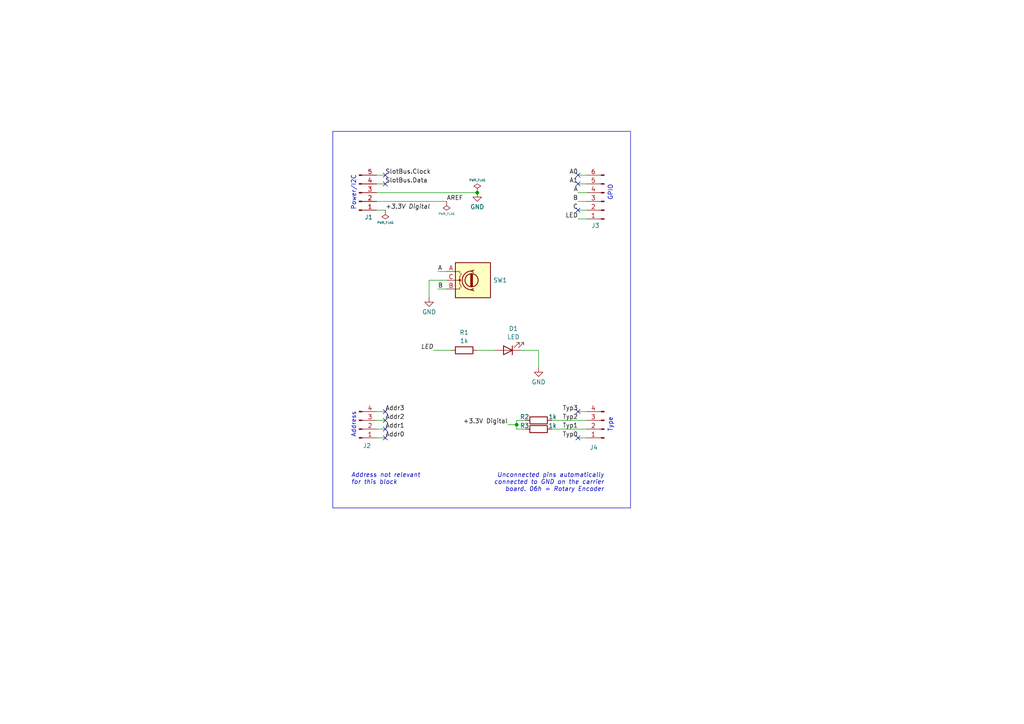
<source format=kicad_sch>
(kicad_sch (version 20250114) (generator "eeschema") (generator_version "9.0")
  (paper "A4")
  (title_block (title "Modular Music Controller / Block / Rotary Encoder") (date "2025-12-01") (rev "1") (company "Dennis Schulmeister-Zimolong"))
  (lib_symbols
    (symbol "Connector:Conn_01x04_Pin" (pin_names (offset 1.016) (hide yes))
      (property "Reference" "J" (at 0 5.08 0))
      (property "Value" "Conn_01x04_Pin" (at 0 -7.62 0))
      (symbol "Conn_01x04_Pin_1_1"
        (rectangle (start 0.8636 2.667) (end 0 2.413) (stroke (width 0.1524)) (fill (type outline)))
        (rectangle (start 0.8636 0.127) (end 0 -0.127) (stroke (width 0.1524)) (fill (type outline)))
        (rectangle (start 0.8636 -2.413) (end 0 -2.667) (stroke (width 0.1524)) (fill (type outline)))
        (rectangle (start 0.8636 -4.953) (end 0 -5.207) (stroke (width 0.1524)) (fill (type outline)))
        (polyline (pts (xy 1.27 2.54) (xy 0.8636 2.54)) (stroke (width 0.1524)))
        (polyline (pts (xy 1.27 0) (xy 0.8636 0)) (stroke (width 0.1524)))
        (polyline (pts (xy 1.27 -2.54) (xy 0.8636 -2.54)) (stroke (width 0.1524)))
        (polyline (pts (xy 1.27 -5.08) (xy 0.8636 -5.08)) (stroke (width 0.1524)))
        (pin passive line (at 5.08 2.54 180) (length 3.81) (name "Pin_1") (number "1"))
        (pin passive line (at 5.08 0 180) (length 3.81) (name "Pin_2") (number "2"))
        (pin passive line (at 5.08 -2.54 180) (length 3.81) (name "Pin_3") (number "3"))
        (pin passive line (at 5.08 -5.08 180) (length 3.81) (name "Pin_4") (number "4"))
      )
    )
    (symbol "Connector:Conn_01x05_Pin" (pin_names (offset 1.016) (hide yes))
      (property "Reference" "J" (at 0 7.62 0))
      (property "Value" "Conn_01x05_Pin" (at 0 -7.62 0))
      (symbol "Conn_01x05_Pin_1_1"
        (rectangle (start 0.8636 5.207) (end 0 4.953) (stroke (width 0.1524)) (fill (type outline)))
        (rectangle (start 0.8636 2.667) (end 0 2.413) (stroke (width 0.1524)) (fill (type outline)))
        (rectangle (start 0.8636 0.127) (end 0 -0.127) (stroke (width 0.1524)) (fill (type outline)))
        (rectangle (start 0.8636 -2.413) (end 0 -2.667) (stroke (width 0.1524)) (fill (type outline)))
        (rectangle (start 0.8636 -4.953) (end 0 -5.207) (stroke (width 0.1524)) (fill (type outline)))
        (polyline (pts (xy 1.27 5.08) (xy 0.8636 5.08)) (stroke (width 0.1524)))
        (polyline (pts (xy 1.27 2.54) (xy 0.8636 2.54)) (stroke (width 0.1524)))
        (polyline (pts (xy 1.27 0) (xy 0.8636 0)) (stroke (width 0.1524)))
        (polyline (pts (xy 1.27 -2.54) (xy 0.8636 -2.54)) (stroke (width 0.1524)))
        (polyline (pts (xy 1.27 -5.08) (xy 0.8636 -5.08)) (stroke (width 0.1524)))
        (pin passive line (at 5.08 5.08 180) (length 3.81) (name "Pin_1") (number "1"))
        (pin passive line (at 5.08 2.54 180) (length 3.81) (name "Pin_2") (number "2"))
        (pin passive line (at 5.08 0 180) (length 3.81) (name "Pin_3") (number "3"))
        (pin passive line (at 5.08 -2.54 180) (length 3.81) (name "Pin_4") (number "4"))
        (pin passive line (at 5.08 -5.08 180) (length 3.81) (name "Pin_5") (number "5"))
      )
    )
    (symbol "Connector:Conn_01x06_Pin" (pin_names (offset 1.016) (hide yes))
      (property "Reference" "J" (at 0 7.62 0))
      (property "Value" "Conn_01x06_Pin" (at 0 -10.16 0))
      (symbol "Conn_01x06_Pin_1_1"
        (rectangle (start 0.8636 5.207) (end 0 4.953) (stroke (width 0.1524)) (fill (type outline)))
        (rectangle (start 0.8636 2.667) (end 0 2.413) (stroke (width 0.1524)) (fill (type outline)))
        (rectangle (start 0.8636 0.127) (end 0 -0.127) (stroke (width 0.1524)) (fill (type outline)))
        (rectangle (start 0.8636 -2.413) (end 0 -2.667) (stroke (width 0.1524)) (fill (type outline)))
        (rectangle (start 0.8636 -4.953) (end 0 -5.207) (stroke (width 0.1524)) (fill (type outline)))
        (rectangle (start 0.8636 -7.493) (end 0 -7.747) (stroke (width 0.1524)) (fill (type outline)))
        (polyline (pts (xy 1.27 5.08) (xy 0.8636 5.08)) (stroke (width 0.1524)))
        (polyline (pts (xy 1.27 2.54) (xy 0.8636 2.54)) (stroke (width 0.1524)))
        (polyline (pts (xy 1.27 0) (xy 0.8636 0)) (stroke (width 0.1524)))
        (polyline (pts (xy 1.27 -2.54) (xy 0.8636 -2.54)) (stroke (width 0.1524)))
        (polyline (pts (xy 1.27 -5.08) (xy 0.8636 -5.08)) (stroke (width 0.1524)))
        (polyline (pts (xy 1.27 -7.62) (xy 0.8636 -7.62)) (stroke (width 0.1524)))
        (pin passive line (at 5.08 5.08 180) (length 3.81) (name "Pin_1") (number "1"))
        (pin passive line (at 5.08 2.54 180) (length 3.81) (name "Pin_2") (number "2"))
        (pin passive line (at 5.08 0 180) (length 3.81) (name "Pin_3") (number "3"))
        (pin passive line (at 5.08 -2.54 180) (length 3.81) (name "Pin_4") (number "4"))
        (pin passive line (at 5.08 -5.08 180) (length 3.81) (name "Pin_5") (number "5"))
        (pin passive line (at 5.08 -7.62 180) (length 3.81) (name "Pin_6") (number "6"))
      )
    )
    (symbol "Device:LED" (pin_numbers (hide yes)) (pin_names (offset 1.016) (hide yes))
      (property "Reference" "D" (at 0 2.54 0))
      (property "Value" "LED" (at 0 -2.54 0))
      (symbol "LED_0_1"
        (polyline (pts (xy -3.048 -0.762) (xy -4.572 -2.286) (xy -3.81 -2.286) (xy -4.572 -2.286) (xy -4.572 -1.524)))
        (polyline (pts (xy -1.778 -0.762) (xy -3.302 -2.286) (xy -2.54 -2.286) (xy -3.302 -2.286) (xy -3.302 -1.524)))
        (polyline (pts (xy -1.27 0) (xy 1.27 0)))
        (polyline (pts (xy -1.27 -1.27) (xy -1.27 1.27)) (stroke (width 0.254)))
        (polyline (pts (xy 1.27 -1.27) (xy 1.27 1.27) (xy -1.27 0) (xy 1.27 -1.27)) (stroke (width 0.254)))
      )
      (symbol "LED_1_1"
        (pin passive line (at -3.81 0 0) (length 2.54) (name "K") (number "1"))
        (pin passive line (at 3.81 0 180) (length 2.54) (name "A") (number "2"))
      )
    )
    (symbol "Device:R" (pin_numbers (hide yes)) (pin_names (offset 0))
      (property "Reference" "R" (at 2.032 0 90))
      (property "Value" "R" (at 0 0 90))
      (symbol "R_0_1"
        (rectangle (start -1.016 -2.54) (end 1.016 2.54) (stroke (width 0.254)))
      )
      (symbol "R_1_1"
        (pin passive line (at 0 3.81 270) (length 1.27) (name "~") (number "1"))
        (pin passive line (at 0 -3.81 90) (length 1.27) (name "~") (number "2"))
      )
    )
    (symbol "Device:RotaryEncoder" (pin_names (offset 0.254) (hide yes))
      (property "Reference" "SW" (at 0 6.604 0))
      (property "Value" "RotaryEncoder" (at 0 -6.604 0))
      (symbol "RotaryEncoder_0_1"
        (rectangle (start -5.08 5.08) (end 5.08 -5.08) (stroke (width 0.254)) (fill (type background)))
        (polyline (pts (xy -5.08 2.54) (xy -3.81 2.54) (xy -3.81 2.032)))
        (polyline (pts (xy -5.08 0) (xy -3.81 0) (xy -3.81 -1.016) (xy -3.302 -2.032)))
        (polyline (pts (xy -5.08 -2.54) (xy -3.81 -2.54) (xy -3.81 -2.032)))
        (polyline (pts (xy -4.318 0) (xy -3.81 0) (xy -3.81 1.016) (xy -3.302 2.032)))
        (circle (center -3.81 0) (radius 0.254) (fill (type outline)))
        (polyline (pts (xy -0.635 -1.778) (xy -0.635 1.778)) (stroke (width 0.254)))
        (circle (center -0.381 0) (radius 1.905) (stroke (width 0.254)))
        (polyline (pts (xy -0.381 -1.778) (xy -0.381 1.778)) (stroke (width 0.254)))
        (arc (start -0.381 -2.794) (mid -3.0988 -0.0635) (end -0.381 2.667) (stroke (width 0.254)))
        (polyline (pts (xy -0.127 1.778) (xy -0.127 -1.778)) (stroke (width 0.254)))
        (polyline (pts (xy 0.254 2.921) (xy -0.508 2.667) (xy 0.127 2.286)) (stroke (width 0.254)))
        (polyline (pts (xy 0.254 -3.048) (xy -0.508 -2.794) (xy 0.127 -2.413)) (stroke (width 0.254)))
      )
      (symbol "RotaryEncoder_1_1"
        (pin passive line (at -7.62 2.54 0) (length 2.54) (name "A") (number "A"))
        (pin passive line (at -7.62 0 0) (length 2.54) (name "C") (number "C"))
        (pin passive line (at -7.62 -2.54 0) (length 2.54) (name "B") (number "B"))
      )
    )
    (symbol "power:GND" (power) (pin_numbers (hide yes)) (pin_names (offset 0) (hide yes))
      (property "Value" "GND" (at 0 -3.81 0))
      (symbol "GND_0_1"
        (polyline (pts (xy 0 0) (xy 0 -1.27) (xy 1.27 -1.27) (xy 0 -2.54) (xy -1.27 -1.27) (xy 0 -1.27)))
      )
      (symbol "GND_1_1"
        (pin power_in line (at 0 0 270) (length 0) (name "~") (number "1"))
      )
    )
    (symbol "power:PWR_FLAG" (power) (pin_numbers (hide yes)) (pin_names (offset 0) (hide yes))
      (property "Value" "PWR_FLAG" (at 0 3.81 0))
      (symbol "PWR_FLAG_0_0"
        (pin power_out line (at 0 0 90) (length 0) (name "~") (number "1"))
      )
      (symbol "PWR_FLAG_0_1"
        (polyline (pts (xy 0 0) (xy 0 1.27) (xy -1.016 1.905) (xy 0 2.54) (xy 1.016 1.905) (xy 0 1.27)))
      )
    )
  )
  (rectangle (start 96.52 38.1) (end 182.88 147.32))
  (text "Unconnected pins automatically\nconnected to GND on the carrier\nboard. 06h = Rotary Encoder" (at 175.26 137.16 0) (effects (font (size 1.27 1.27) (italic yes)) (justify right top)))
  (text "GPIO" (at 177.8 55.88 90) (effects (font (size 1.27 1.27)) (justify bottom)))
  (text "Type" (at 177.8 123.19 90) (effects (font (size 1.27 1.27)) (justify bottom)))
  (text "Address not relevant\nfor this block" (at 101.854 137.16 0) (effects (font (size 1.27 1.27) (italic yes)) (justify left top)))
  (text "Address" (at 101.854 123.19 90) (effects (font (size 1.27 1.27)) (justify top)))
  (text "Power/I2C" (at 101.854 55.88 90) (effects (font (size 1.27 1.27)) (justify top)))
  (junction (at 149.86 123.19))
  (junction (at 138.43 55.88))
  (no_connect (at 167.64 53.34))
  (no_connect (at 111.76 127))
  (no_connect (at 111.76 50.8))
  (no_connect (at 167.64 127))
  (no_connect (at 111.76 124.46))
  (no_connect (at 167.64 50.8))
  (no_connect (at 167.64 60.96))
  (no_connect (at 111.76 53.34))
  (no_connect (at 111.76 119.38))
  (no_connect (at 167.64 119.38))
  (no_connect (at 111.76 121.92))
  (wire (pts (xy 167.64 127) (xy 170.18 127)))
  (wire (pts (xy 111.76 119.38) (xy 109.22 119.38)))
  (wire (pts (xy 109.22 60.96) (xy 111.76 60.96)))
  (wire (pts (xy 111.76 121.92) (xy 109.22 121.92)))
  (wire (pts (xy 167.64 60.96) (xy 170.18 60.96)))
  (wire (pts (xy 127 83.82) (xy 129.54 83.82)))
  (wire (pts (xy 138.43 101.6) (xy 143.51 101.6)))
  (wire (pts (xy 111.76 124.46) (xy 109.22 124.46)))
  (wire (pts (xy 129.54 81.28) (xy 124.46 81.28)))
  (wire (pts (xy 167.64 53.34) (xy 170.18 53.34)))
  (wire (pts (xy 160.02 124.46) (xy 170.18 124.46)))
  (wire (pts (xy 167.64 55.88) (xy 170.18 55.88)))
  (wire (pts (xy 124.46 81.28) (xy 124.46 86.36)))
  (wire (pts (xy 127 78.74) (xy 129.54 78.74)))
  (wire (pts (xy 167.64 58.42) (xy 170.18 58.42)))
  (wire (pts (xy 109.22 55.88) (xy 138.43 55.88)))
  (wire (pts (xy 109.22 50.8) (xy 111.76 50.8)))
  (wire (pts (xy 160.02 121.92) (xy 170.18 121.92)))
  (wire (pts (xy 109.22 58.42) (xy 129.54 58.42)))
  (wire (pts (xy 111.76 127) (xy 109.22 127)))
  (wire (pts (xy 147.32 123.19) (xy 149.86 123.19)))
  (wire (pts (xy 167.64 50.8) (xy 170.18 50.8)))
  (wire (pts (xy 149.86 123.19) (xy 149.86 124.46)))
  (wire (pts (xy 125.73 101.6) (xy 130.81 101.6)))
  (wire (pts (xy 109.22 53.34) (xy 111.76 53.34)))
  (wire (pts (xy 149.86 121.92) (xy 149.86 123.19)))
  (wire (pts (xy 151.13 101.6) (xy 156.21 101.6)))
  (wire (pts (xy 149.86 124.46) (xy 152.4 124.46)))
  (wire (pts (xy 156.21 101.6) (xy 156.21 106.68)))
  (wire (pts (xy 167.64 119.38) (xy 170.18 119.38)))
  (wire (pts (xy 152.4 121.92) (xy 149.86 121.92)))
  (wire (pts (xy 167.64 63.5) (xy 170.18 63.5)))
  (label "B" (at 167.64 58.42 180))
  (label "C" (at 167.64 60.96 180))
  (label "SlotBus.Data" (at 111.76 53.34 0))
  (label "SlotBus.Clock" (at 111.76 50.8 0))
  (label "A" (at 167.64 55.88 180))
  (label "A1" (at 167.64 53.34 180))
  (label "A0" (at 167.64 50.8 180))
  (label "LED" (at 167.64 63.5 180))
  (label "LED" (at 125.73 101.6 180) (effects (font (italic yes))))
  (label "B" (at 127 83.82 0))
  (label "+3.3V Digital" (at 111.76 60.96 0) (effects (font (italic yes))))
  (label "A" (at 127 78.74 0))
  (label "Typ1" (at 167.64 124.46 180))
  (label "Typ0" (at 167.64 127 180))
  (label "Typ2" (at 167.64 121.92 180))
  (label "Typ3" (at 167.64 119.38 180))
  (label "+3.3V Digital" (at 147.32 123.19 180))
  (label "AREF" (at 129.54 58.42 0))
  (label "Addr2" (at 111.76 121.92 0))
  (label "Addr1" (at 111.76 124.46 0))
  (label "Addr0" (at 111.76 127 0))
  (label "Addr3" (at 111.76 119.38 0))
  (symbol (lib_id "Device:R") (at 134.62 101.6 90) (unit 1)
    (property "Reference" "R1" (at 134.62 96.4395 90))
    (property "Value" "1k" (at 134.62 98.8638 90))
    (property "Footprint" "Resistor_SMD:R_0402_1005Metric" (effects (hide yes)))
    (property "Description" "Resistor" (effects (hide yes)))
  )
  (symbol (lib_id "Connector:Conn_01x04_Pin") (at 175.26 124.46 180) (unit 1)
    (property "Reference" "J4" (at 172.212 129.794 0))
    (property "Value" "Samtec MTMS-104-02-T-S-100" (effects (hide yes)))
    (property "Footprint" "Connector_PinHeader_1.27mm:PinHeader_1x04_P1.27mm_Vertical" (effects (hide yes)))
    (property "Description" "Single row pin header" (effects (hide yes)))
  )
  (symbol (lib_id "Device:LED") (at 147.32 101.6 180) (unit 1)
    (property "Reference" "D1" (at 148.9075 95.2965 0))
    (property "Value" "LED" (at 148.9075 97.7208 0))
    (property "Footprint" "LED_SMD:LED_0805_2012Metric" (effects (hide yes)))
    (property "Description" "Light emitting diode" (effects (hide yes)))
    (property "Sim.Pins" "1=K 2=A" (effects (hide yes)))
  )
  (symbol (lib_id "Connector:Conn_01x06_Pin") (at 175.26 58.42 180) (unit 1)
    (property "Reference" "J3" (at 172.72 65.4163 0))
    (property "Value" "Samtec  MTMS-106-02-T-S-100" (effects (hide yes)))
    (property "Footprint" "Connector_PinHeader_1.27mm:PinHeader_1x06_P1.27mm_Vertical" (effects (hide yes)))
    (property "Description" "Single row pin header" (effects (hide yes)))
  )
  (symbol (lib_id "Device:RotaryEncoder") (at 137.16 81.28 0) (unit 1)
    (property "Reference" "SW1" (at 143.002 81.28 0) (effects (justify left)))
    (property "Value" "CTS 11CEK25F243A" (effects (hide yes)))
    (property "Footprint" "Rotary_Encoder:RotaryEncoder_Alps_EC11E_Vertical_H20mm" (effects (hide yes)))
    (property "Description" "Rotary encoder, dual channel, incremental quadrate outputs" (effects (hide yes)))
  )
  (symbol (lib_id "power:PWR_FLAG") (at 138.43 55.88 0) (unit 1)
    (property "Reference" "#FLG03" (effects (hide yes)))
    (property "Value" "PWR_FLAG" (at 138.43 52.2577 0) (effects (font (size 0.635 0.635) (thickness 0.0794))))
    (property "Description" "Special symbol for telling ERC where power comes from" (effects (hide yes)))
  )
  (symbol (lib_id "power:PWR_FLAG") (at 111.76 60.96 180) (unit 1)
    (property "Reference" "#FLG01" (effects (hide yes)))
    (property "Value" "PWR_FLAG" (at 111.76 64.5823 0) (effects (font (size 0.635 0.635) (thickness 0.0794))))
    (property "Description" "Special symbol for telling ERC where power comes from" (effects (hide yes)))
  )
  (symbol (lib_id "Connector:Conn_01x05_Pin") (at 104.14 55.88 0) (mirror x) (unit 1)
    (property "Reference" "J1" (at 106.934 62.992 0))
    (property "Value" "Samtec MTMS-105-02-T-S-100" (effects (hide yes)))
    (property "Footprint" "Connector_PinHeader_1.27mm:PinHeader_1x05_P1.27mm_Vertical" (effects (hide yes)))
    (property "Description" "Single row pin header" (effects (hide yes)))
  )
  (symbol (lib_id "power:GND") (at 124.46 86.36 0) (unit 1)
    (property "Reference" "#PWR01" (effects (hide yes)))
    (property "Value" "GND" (at 124.46 90.4931 0))
    (property "Description" "Power symbol creates a global label with name \"GND\" , ground" (effects (hide yes)))
  )
  (symbol (lib_id "Device:R") (at 156.21 124.46 90) (unit 1)
    (property "Reference" "R3" (at 152.146 123.444 90))
    (property "Value" "1k" (at 160.274 123.444 90))
    (property "Footprint" "Resistor_SMD:R_0402_1005Metric" (effects (hide yes)))
    (property "Description" "Resistor" (effects (hide yes)))
  )
  (symbol (lib_id "power:GND") (at 138.43 55.88 0) (unit 1)
    (property "Reference" "#PWR02" (effects (hide yes)))
    (property "Value" "GND" (at 138.43 60.0131 0))
    (property "Description" "Power symbol creates a global label with name \"GND\" , ground" (effects (hide yes)))
  )
  (symbol (lib_id "power:PWR_FLAG") (at 129.54 58.42 180) (unit 1)
    (property "Reference" "#FLG02" (effects (hide yes)))
    (property "Value" "PWR_FLAG" (at 129.54 62.0423 0) (effects (font (size 0.635 0.635) (thickness 0.0794))))
    (property "Description" "Special symbol for telling ERC where power comes from" (effects (hide yes)))
  )
  (symbol (lib_id "power:GND") (at 156.21 106.68 0) (unit 1)
    (property "Reference" "#PWR03" (effects (hide yes)))
    (property "Value" "GND" (at 156.21 110.8131 0))
    (property "Description" "Power symbol creates a global label with name \"GND\" , ground" (effects (hide yes)))
  )
  (symbol (lib_id "Device:R") (at 156.21 121.92 90) (unit 1)
    (property "Reference" "R2" (at 152.146 120.904 90))
    (property "Value" "1k" (at 160.274 120.904 90))
    (property "Footprint" "Resistor_SMD:R_0402_1005Metric" (effects (hide yes)))
    (property "Description" "Resistor" (effects (hide yes)))
  )
  (symbol (lib_id "Connector:Conn_01x04_Pin") (at 104.14 124.46 0) (mirror x) (unit 1)
    (property "Reference" "J2" (at 106.426 129.286 0))
    (property "Value" "Samtec MTMS-104-02-T-S-100" (effects (hide yes)))
    (property "Footprint" "Connector_PinHeader_1.27mm:PinHeader_1x04_P1.27mm_Vertical" (effects (hide yes)))
    (property "Description" "Single row pin header" (effects (hide yes)))
  )
)
</source>
